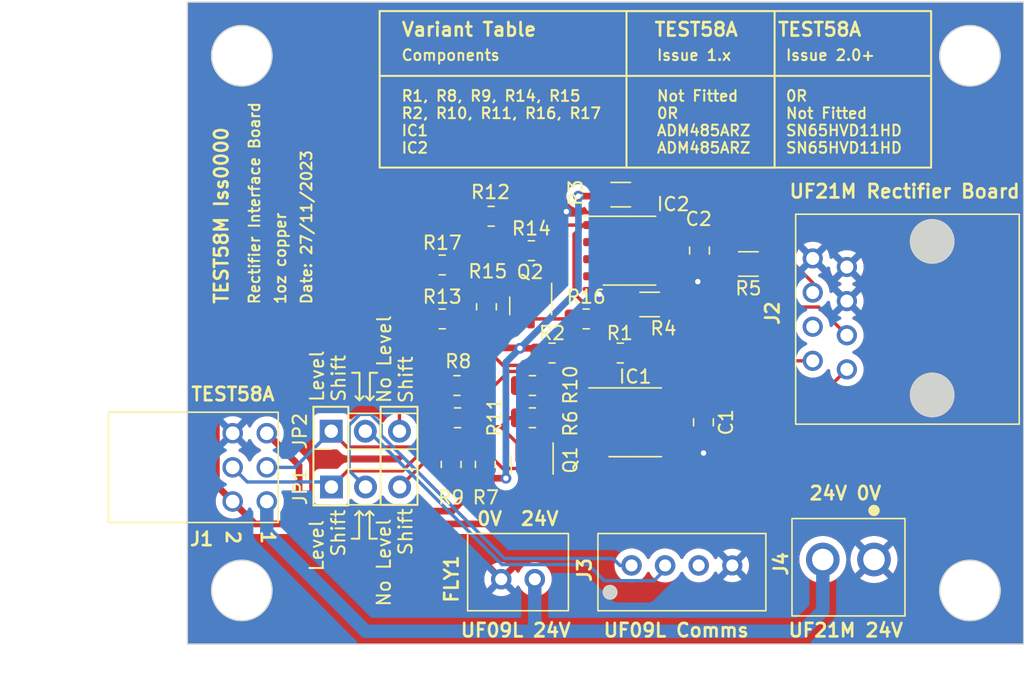
<source format=kicad_pcb>
(kicad_pcb (version 20221018) (generator pcbnew)
  (layers (0 "F.Cu" signal) (31 "B.Cu" signal) (34 "B.Paste" user) (35 "F.Paste" user) (36 "B.SilkS" user "B.Silkscreen") (37 "F.SilkS" user "F.Silkscreen") (38 "B.Mask" user) (39 "F.Mask" user) (44 "Edge.Cuts" user))
  (net 0 "")
  (net 2 "Net-(IC1-DE)")
  (net 3 "Net-(IC1-D)")
  (net 4 "GND")
  (net 5 "Net-(IC1-A)")
  (net 6 "Net-(IC1-B)")
  (net 7 "Net-(IC2-R)")
  (net 8 "Net-(IC2-A)")
  (net 9 "Net-(IC2-B)")
  (net 10 "+3.3V")
  (net 11 "Net-(Q1-S)")
  (net 12 "Net-(Q1-D)")
  (net 13 "Net-(Q2-S)")
  (net 14 "Net-(Q2-D)")
  (net 15 "+5V")
  (net 16 "Net-(JP1-B)")
  (net 17 "Net-(JP2-B)")
  (net 19 "+24V")
  (net 20 "Net-(J3-Pin_1)")
  (net 21 "Net-(J3-Pin_2)")
  (footprint "CustomPads:ECH381V" (layer "F.Cu") (at 167.25 86.4 180)
    (fp_text reference "J4" (at 6.925 -0.325 90 unlocked) (layer "F.SilkS") (effects (font (thickness 0.2) bold)))
    (fp_text value "Conn_01x02_Socket")
    (fp_rect (start -2.305 -4.2) (end 6.105 3.05) (stroke (width 0.12)) (fill none) (layer "F.SilkS"))
    (fp_circle (center 0 3.65) (end 0.424264 3.65) (fill solid) (layer "F.SilkS"))
    (pad "1" thru_hole circle (at 0 0 180) (size 2.5 2.5) (drill 1.6) (layers "*.Cu" "*.Mask") (net 4 "GND"))
    (pad "2" thru_hole circle (at 3.81 0 180) (size 2.5 2.5) (drill 1.6) (layers "*.Cu" "*.Mask") (net 19 "+24V"))
  )
  (footprint "Resistor_SMD:R_0805_2012Metric_Pad1.20x1.40mm_HandSolder" (layer "F.Cu") (at 145.825 68.49)
    (fp_text reference "R16" (at 0 -1.65) (layer "F.SilkS"))
    (fp_text value "NF")
    (fp_line (start -0.227064 -0.735) (end 0.227064 -0.735) (stroke (width 0.12)) (layer "F.SilkS"))
    (fp_line (start -0.227064 0.735) (end 0.227064 0.735) (stroke (width 0.12)) (layer "F.SilkS"))
    (pad "1" smd roundrect (at -1 0) (size 1.2 1.4) (layers "F.Cu" "F.Paste" "F.Mask") (roundrect_rratio 0.2083333333) (net 14 "Net-(Q2-D)"))
    (pad "2" smd roundrect (at 1 0) (size 1.2 1.4) (layers "F.Cu" "F.Paste" "F.Mask") (roundrect_rratio 0.2083333333) (net 7 "Net-(IC2-R)"))
  )
  (footprint "Resistor_SMD:R_0805_2012Metric_Pad1.20x1.40mm_HandSolder" (layer "F.Cu") (at 136.2 73.45)
    (fp_text reference "R8" (at 0.1 -1.8) (layer "F.SilkS"))
    (fp_text value "0R")
    (fp_line (start -0.227064 -0.735) (end 0.227064 -0.735) (stroke (width 0.12)) (layer "F.SilkS"))
    (fp_line (start -0.227064 0.735) (end 0.227064 0.735) (stroke (width 0.12)) (layer "F.SilkS"))
    (pad "1" smd roundrect (at -1 0) (size 1.2 1.4) (layers "F.Cu" "F.Paste" "F.Mask") (roundrect_rratio 0.2083333333) (net 11 "Net-(Q1-S)"))
    (pad "2" smd roundrect (at 1 0) (size 1.2 1.4) (layers "F.Cu" "F.Paste" "F.Mask") (roundrect_rratio 0.2083333333) (net 3 "Net-(IC1-D)"))
  )
  (footprint "Resistor_SMD:R_0805_2012Metric_Pad1.20x1.40mm_HandSolder" (layer "F.Cu") (at 141.745 63.41)
    (fp_text reference "R14" (at 0 -1.65) (layer "F.SilkS"))
    (fp_text value "0R")
    (fp_line (start -0.227064 -0.735) (end 0.227064 -0.735) (stroke (width 0.12)) (layer "F.SilkS"))
    (fp_line (start -0.227064 0.735) (end 0.227064 0.735) (stroke (width 0.12)) (layer "F.SilkS"))
    (pad "1" smd roundrect (at -1 0) (size 1.2 1.4) (layers "F.Cu" "F.Paste" "F.Mask") (roundrect_rratio 0.2083333333) (net 13 "Net-(Q2-S)"))
    (pad "2" smd roundrect (at 1 0) (size 1.2 1.4) (layers "F.Cu" "F.Paste" "F.Mask") (roundrect_rratio 0.2083333333) (net 7 "Net-(IC2-R)"))
  )
  (footprint "Resistor_SMD:R_0805_2012Metric_Pad1.20x1.40mm_HandSolder" (layer "F.Cu") (at 141.825 75.85 180)
    (fp_text reference "R6" (at -2.825 -0.426191 90) (layer "F.SilkS"))
    (fp_text value "10k")
    (fp_line (start -0.227064 -0.735) (end 0.227064 -0.735) (stroke (width 0.12)) (layer "F.SilkS"))
    (fp_line (start -0.227064 0.735) (end 0.227064 0.735) (stroke (width 0.12)) (layer "F.SilkS"))
    (pad "1" smd roundrect (at -1 0 180) (size 1.2 1.4) (layers "F.Cu" "F.Paste" "F.Mask") (roundrect_rratio 0.2083333333) (net 10 "+3.3V"))
    (pad "2" smd roundrect (at 1 0 180) (size 1.2 1.4) (layers "F.Cu" "F.Paste" "F.Mask") (roundrect_rratio 0.2083333333) (net 11 "Net-(Q1-S)"))
  )
  (footprint "CustomPads:A2051-2P" (layer "F.Cu") (at 139.5 87.8646)
    (fp_text reference "FLY1" (at -3.7 -0.0146 90 unlocked) (layer "F.SilkS") (effects (font (thickness 0.2) bold)))
    (fp_text value "Conn_01x02_Flylead")
    (fp_rect (start -2.5 2.35) (end 5 -3.4) (stroke (width 0.12)) (fill none) (layer "F.SilkS"))
    (pad "1" thru_hole circle (at 2.5 0) (size 1.524 1.524) (drill 0.9) (layers "*.Cu" "*.Mask") (net 19 "+24V"))
    (pad "2" thru_hole circle (at 0 0) (size 1.524 1.524) (drill 0.9) (layers "*.Cu" "*.Mask") (net 4 "GND"))
  )
  (footprint "Resistor_SMD:R_0805_2012Metric_Pad1.20x1.40mm_HandSolder" (layer "F.Cu") (at 138.315 79.325 90)
    (fp_text reference "R7" (at -2.46 0.035 180) (layer "F.SilkS"))
    (fp_text value "10k")
    (fp_line (start -0.227064 -0.735) (end 0.227064 -0.735) (stroke (width 0.12)) (layer "F.SilkS"))
    (fp_line (start -0.227064 0.735) (end 0.227064 0.735) (stroke (width 0.12)) (layer "F.SilkS"))
    (pad "1" smd roundrect (at -1 0 90) (size 1.2 1.4) (layers "F.Cu" "F.Paste" "F.Mask") (roundrect_rratio 0.2083333333) (net 15 "+5V"))
    (pad "2" smd roundrect (at 1 0 90) (size 1.2 1.4) (layers "F.Cu" "F.Paste" "F.Mask") (roundrect_rratio 0.2083333333) (net 12 "Net-(Q1-D)"))
  )
  (footprint "Package_SO:SOIC-8_3.9x4.9mm_P1.27mm" (layer "F.Cu") (at 149.05 63.41)
    (fp_text reference "IC2" (at 3.25 -3.46) (layer "F.SilkS"))
    (fp_text value "SN65HVD11HD (ADM485ARZ)")
    (fp_line (start 0 -2.56) (end -3.45 -2.56) (stroke (width 0.12)) (layer "F.SilkS"))
    (fp_line (start 0 -2.56) (end 1.95 -2.56) (stroke (width 0.12)) (layer "F.SilkS"))
    (fp_line (start 0 2.56) (end -1.95 2.56) (stroke (width 0.12)) (layer "F.SilkS"))
    (fp_line (start 0 2.56) (end 1.95 2.56) (stroke (width 0.12)) (layer "F.SilkS"))
    (pad "1" smd roundrect (at -2.475 -1.905) (size 1.95 0.6) (layers "F.Cu" "F.Paste" "F.Mask") (net 7 "Net-(IC2-R)"))
    (pad "2" smd roundrect (at -2.475 -0.635) (size 1.95 0.6) (layers "F.Cu" "F.Paste" "F.Mask") (net 4 "GND"))
    (pad "3" smd roundrect (at -2.475 0.635) (size 1.95 0.6) (layers "F.Cu" "F.Paste" "F.Mask") (net 4 "GND"))
    (pad "4" smd roundrect (at -2.475 1.905) (size 1.95 0.6) (layers "F.Cu" "F.Paste" "F.Mask") (net 4 "GND"))
    (pad "5" smd roundrect (at 2.475 1.905) (size 1.95 0.6) (layers "F.Cu" "F.Paste" "F.Mask") (net 4 "GND"))
    (pad "6" smd roundrect (at 2.475 0.635) (size 1.95 0.6) (layers "F.Cu" "F.Paste" "F.Mask") (net 8 "Net-(IC2-A)"))
    (pad "7" smd roundrect (at 2.475 -0.635) (size 1.95 0.6) (layers "F.Cu" "F.Paste" "F.Mask") (net 9 "Net-(IC2-B)"))
    (pad "8" smd roundrect (at 2.475 -1.905) (size 1.95 0.6) (layers "F.Cu" "F.Paste" "F.Mask") (net 2 "Net-(IC1-DE)"))
  )
  (footprint "Connector_PinHeader_2.54mm:PinHeader_1x03_P2.54mm_Vertical" (layer "F.Cu") (at 126.845 76.85 90)
    (fp_text reference "JP2" (at 0 -2.33 90) (layer "F.SilkS"))
    (fp_text value "~")
    (fp_line (start -1.33 -1.33) (end 0 -1.33) (stroke (width 0.12)) (layer "F.SilkS"))
    (fp_line (start -1.33 0) (end -1.33 -1.33) (stroke (width 0.12)) (layer "F.SilkS"))
    (fp_line (start -1.33 1.27) (end -1.33 6.41) (stroke (width 0.12)) (layer "F.SilkS"))
    (fp_line (start -1.33 1.27) (end 1.33 1.27) (stroke (width 0.12)) (layer "F.SilkS"))
    (fp_line (start -1.33 6.41) (end 1.33 6.41) (stroke (width 0.12)) (layer "F.SilkS"))
    (fp_line (start 1.33 1.27) (end 1.33 6.41) (stroke (width 0.12)) (layer "F.SilkS"))
    (pad "1" thru_hole rect (at 0 0 90) (size 1.7 1.7) (drill 1) (layers "*.Cu" "*.Mask") (net 7 "Net-(IC2-R)"))
    (pad "2" thru_hole oval (at 0 2.54 90) (size 1.7 1.7) (drill 1) (layers "*.Cu" "*.Mask") (net 21 "Net-(J3-Pin_2)"))
    (pad "3" thru_hole oval (at 0 5.08 90) (size 1.7 1.7) (drill 1) (layers "*.Cu" "*.Mask") (net 17 "Net-(JP2-B)"))
  )
  (footprint "CustomPads:RJ45Conn" (layer "F.Cu") (at 162.69 71.61 90)
    (fp_text reference "J2" (at 3.55 -3 90 unlocked) (layer "F.SilkS") (effects (font (thickness 0.2) bold)))
    (fp_text value "8P8C")
    (fp_rect (start -4.715 15.37) (end 10.915 -1.27) (stroke (width 0.12)) (fill none) (layer "F.SilkS"))
    (fp_circle (center -2.54 8.89) (end -0.875 8.89) (fill solid) (layer "Edge.Cuts"))
    (fp_circle (center 8.89 8.89) (end 10.555 8.89) (fill solid) (layer "Edge.Cuts"))
    (pad "1" thru_hole circle (at -0.635 2.54 90) (size 1.5 1.5) (drill 0.97) (layers "*.Cu" "*.Mask") (net 5 "Net-(IC1-A)"))
    (pad "2" thru_hole circle (at 0 0 90) (size 1.5 1.5) (drill 0.97) (layers "*.Cu" "*.Mask") (net 6 "Net-(IC1-B)"))
    (pad "3" thru_hole circle (at 1.905 2.54 90) (size 1.5 1.5) (drill 0.97) (layers "*.Cu" "*.Mask") (net 8 "Net-(IC2-A)"))
    (pad "4" thru_hole circle (at 2.54 0 90) (size 1.5 1.5) (drill 0.97) (layers "*.Cu" "*.Mask"))
    (pad "5" thru_hole circle (at 4.445 2.54 90) (size 1.5 1.5) (drill 0.97) (layers "*.Cu" "*.Mask") (net 4 "GND"))
    (pad "6" thru_hole circle (at 5.08 0 90) (size 1.5 1.5) (drill 0.97) (layers "*.Cu" "*.Mask") (net 9 "Net-(IC2-B)"))
    (pad "7" thru_hole circle (at 6.985 2.54 90) (size 1.5 1.5) (drill 0.97) (layers "*.Cu" "*.Mask") (net 4 "GND"))
    (pad "8" thru_hole circle (at 7.62 0 90) (size 1.5 1.5) (drill 0.97) (layers "*.Cu" "*.Mask") (net 4 "GND"))
  )
  (footprint "Package_TO_SOT_SMD:SOT-23" (layer "F.Cu") (at 141.695 67.52 -90)
    (fp_text reference "Q2" (at -2.52 0.045 -180) (layer "F.SilkS"))
    (fp_text value "BSS138")
    (fp_line (start 0 -1.56) (end -1.675 -1.56) (stroke (width 0.12)) (layer "F.SilkS"))
    (fp_line (start 0 -1.56) (end 0.65 -1.56) (stroke (width 0.12)) (layer "F.SilkS"))
    (fp_line (start 0 1.56) (end -0.65 1.56) (stroke (width 0.12)) (layer "F.SilkS"))
    (fp_line (start 0 1.56) (end 0.65 1.56) (stroke (width 0.12)) (layer "F.SilkS"))
    (pad "1" smd roundrect (at -0.9375 -0.95 270) (size 1.475 0.6) (layers "F.Cu" "F.Paste" "F.Mask") (net 10 "+3.3V"))
    (pad "2" smd roundrect (at -0.9375 0.95 270) (size 1.475 0.6) (layers "F.Cu" "F.Paste" "F.Mask") (net 13 "Net-(Q2-S)"))
    (pad "3" smd roundrect (at 0.9375 0 270) (size 1.475 0.6) (layers "F.Cu" "F.Paste" "F.Mask") (net 14 "Net-(Q2-D)"))
  )
  (footprint "CustomPads:A2051-4P" (layer "F.Cu") (at 156.7 86.84 180)
    (fp_text reference "J3" (at 11 -0.335 90 unlocked) (layer "F.SilkS") (effects (font (thickness 0.2) bold)))
    (fp_text value "Conn_01x04_Socket")
    (fp_rect (start -2.5 2.375) (end 10 -3.375) (stroke (width 0.12)) (fill none) (layer "F.SilkS"))
    (fp_circle (center 9.1 -2) (end 9.65 -2) (fill solid) (layer "Edge.Cuts"))
    (pad "1" thru_hole circle (at 7.5 0 180) (size 1.524 1.524) (drill 0.9) (layers "*.Cu" "*.Mask") (net 20 "Net-(J3-Pin_1)"))
    (pad "2" thru_hole circle (at 5 0 180) (size 1.524 1.524) (drill 0.9) (layers "*.Cu" "*.Mask") (net 21 "Net-(J3-Pin_2)"))
    (pad "3" thru_hole circle (at 2.5 0 180) (size 1.524 1.524) (drill 0.9) (layers "*.Cu" "*.Mask"))
    (pad "4" thru_hole circle (at 0 0 180) (size 1.5 1.5) (drill 0.9) (layers "*.Cu" "*.Mask") (net 4 "GND"))
  )
  (footprint "Resistor_SMD:R_0805_2012Metric_Pad1.20x1.40mm_HandSolder" (layer "F.Cu") (at 138.75 60.85 180)
    (fp_text reference "R12" (at 0.05 1.8) (layer "F.SilkS"))
    (fp_text value "10k")
    (fp_line (start -0.227064 -0.735) (end 0.227064 -0.735) (stroke (width 0.12)) (layer "F.SilkS"))
    (fp_line (start -0.227064 0.735) (end 0.227064 0.735) (stroke (width 0.12)) (layer "F.SilkS"))
    (pad "1" smd roundrect (at -1 0 180) (size 1.2 1.4) (layers "F.Cu" "F.Paste" "F.Mask") (roundrect_rratio 0.2083333333) (net 10 "+3.3V"))
    (pad "2" smd roundrect (at 1 0 180) (size 1.2 1.4) (layers "F.Cu" "F.Paste" "F.Mask") (roundrect_rratio 0.2083333333) (net 13 "Net-(Q2-S)"))
  )
  (footprint "Capacitor_SMD:C_0805_2012Metric_Pad1.18x1.45mm_HandSolder" (layer "F.Cu") (at 154.555 76.185 -90)
    (fp_text reference "C1" (at 0 -1.68 90) (layer "F.SilkS"))
    (fp_text value "100nF")
    (fp_line (start -0.261252 -0.735) (end 0.261252 -0.735) (stroke (width 0.12)) (layer "F.SilkS"))
    (fp_line (start -0.261252 0.735) (end 0.261252 0.735) (stroke (width 0.12)) (layer "F.SilkS"))
    (pad "1" smd roundrect (at -1.0375 0 270) (size 1.175 1.45) (layers "F.Cu" "F.Paste" "F.Mask") (roundrect_rratio 0.2127659574) (net 2 "Net-(IC1-DE)"))
    (pad "2" smd roundrect (at 1.0375 0 270) (size 1.175 1.45) (layers "F.Cu" "F.Paste" "F.Mask") (roundrect_rratio 0.2127659574) (net 4 "GND"))
  )
  (footprint "Capacitor_SMD:C_0805_2012Metric_Pad1.18x1.45mm_HandSolder" (layer "F.Cu") (at 154.26 63.4025 -90)
    (fp_text reference "C2" (at -2.3525 0.06) (layer "F.SilkS"))
    (fp_text value "100nF")
    (fp_line (start -0.261252 -0.735) (end 0.261252 -0.735) (stroke (width 0.12)) (layer "F.SilkS"))
    (fp_line (start -0.261252 0.735) (end 0.261252 0.735) (stroke (width 0.12)) (layer "F.SilkS"))
    (pad "1" smd roundrect (at -1.0375 0 270) (size 1.175 1.45) (layers "F.Cu" "F.Paste" "F.Mask") (roundrect_rratio 0.2127659574) (net 2 "Net-(IC1-DE)"))
    (pad "2" smd roundrect (at 1.0375 0 270) (size 1.175 1.45) (layers "F.Cu" "F.Paste" "F.Mask") (roundrect_rratio 0.2127659574) (net 4 "GND"))
  )
  (footprint "Resistor_SMD:R_0805_2012Metric_Pad1.20x1.40mm_HandSolder" (layer "F.Cu") (at 135.11 68.49)
    (fp_text reference "R13" (at 0 -1.65) (layer "F.SilkS"))
    (fp_text value "10k")
    (fp_line (start -0.227064 -0.735) (end 0.227064 -0.735) (stroke (width 0.12)) (layer "F.SilkS"))
    (fp_line (start -0.227064 0.735) (end 0.227064 0.735) (stroke (width 0.12)) (layer "F.SilkS"))
    (pad "1" smd roundrect (at -1 0) (size 1.2 1.4) (layers "F.Cu" "F.Paste" "F.Mask") (roundrect_rratio 0.2083333333) (net 15 "+5V"))
    (pad "2" smd roundrect (at 1 0) (size 1.2 1.4) (layers "F.Cu" "F.Paste" "F.Mask") (roundrect_rratio 0.2083333333) (net 14 "Net-(Q2-D)"))
  )
  (footprint "Resistor_SMD:R_0805_2012Metric_Pad1.20x1.40mm_HandSolder" (layer "F.Cu") (at 141.825 73.45)
    (fp_text reference "R10" (at 2.825 -0.05 90) (layer "F.SilkS"))
    (fp_text value "NF")
    (fp_line (start -0.227064 -0.735) (end 0.227064 -0.735) (stroke (width 0.12)) (layer "F.SilkS"))
    (fp_line (start -0.227064 0.735) (end 0.227064 0.735) (stroke (width 0.12)) (layer "F.SilkS"))
    (pad "1" smd roundrect (at -1 0) (size 1.2 1.4) (layers "F.Cu" "F.Paste" "F.Mask") (roundrect_rratio 0.2083333333) (net 12 "Net-(Q1-D)"))
    (pad "2" smd roundrect (at 1 0) (size 1.2 1.4) (layers "F.Cu" "F.Paste" "F.Mask") (roundrect_rratio 0.2083333333) (net 3 "Net-(IC1-D)"))
  )
  (footprint "Package_TO_SOT_SMD:SOT-23" (layer "F.Cu") (at 141.805 79.395 -90)
    (fp_text reference "Q1" (at -0.395 -2.845 90) (layer "F.SilkS"))
    (fp_text value "BSS138")
    (fp_line (start 0 -1.56) (end -1.675 -1.56) (stroke (width 0.12)) (layer "F.SilkS"))
    (fp_line (start 0 -1.56) (end 0.65 -1.56) (stroke (width 0.12)) (layer "F.SilkS"))
    (fp_line (start 0 1.56) (end -0.65 1.56) (stroke (width 0.12)) (layer "F.SilkS"))
    (fp_line (start 0 1.56) (end 0.65 1.56) (stroke (width 0.12)) (layer "F.SilkS"))
    (pad "1" smd roundrect (at -0.9375 -0.95 270) (size 1.475 0.6) (layers "F.Cu" "F.Paste" "F.Mask") (net 10 "+3.3V"))
    (pad "2" smd roundrect (at -0.9375 0.95 270) (size 1.475 0.6) (layers "F.Cu" "F.Paste" "F.Mask") (net 11 "Net-(Q1-S)"))
    (pad "3" smd roundrect (at 0.9375 0 270) (size 1.475 0.6) (layers "F.Cu" "F.Paste" "F.Mask") (net 12 "Net-(Q1-D)"))
  )
  (footprint "Resistor_SMD:R_0805_2012Metric_Pad1.20x1.40mm_HandSolder" (layer "F.Cu") (at 138.4 67.59 -90)
    (fp_text reference "R15" (at -2.64 -0.1 -180) (layer "F.SilkS"))
    (fp_text value "0R")
    (fp_line (start -0.227064 -0.735) (end 0.227064 -0.735) (stroke (width 0.12)) (layer "F.SilkS"))
    (fp_line (start -0.227064 0.735) (end 0.227064 0.735) (stroke (width 0.12)) (layer "F.SilkS"))
    (pad "1" smd roundrect (at -1 0 270) (size 1.2 1.4) (layers "F.Cu" "F.Paste" "F.Mask") (roundrect_rratio 0.2083333333) (net 17 "Net-(JP2-B)"))
    (pad "2" smd roundrect (at 1 0 270) (size 1.2 1.4) (layers "F.Cu" "F.Paste" "F.Mask") (roundrect_rratio 0.2083333333) (net 14 "Net-(Q2-D)"))
  )
  (footprint "Resistor_SMD:R_0805_2012Metric_Pad1.20x1.40mm_HandSolder" (layer "F.Cu") (at 143.285 71.03)
    (fp_text reference "R2" (at 0 -1.48) (layer "F.SilkS"))
    (fp_text value "NF")
    (fp_line (start -0.227064 -0.735) (end 0.227064 -0.735) (stroke (width 0.12)) (layer "F.SilkS"))
    (fp_line (start -0.227064 0.735) (end 0.227064 0.735) (stroke (width 0.12)) (layer "F.SilkS"))
    (pad "1" smd roundrect (at -1 0) (size 1.2 1.4) (layers "F.Cu" "F.Paste" "F.Mask") (roundrect_rratio 0.2083333333) (net 15 "+5V"))
    (pad "2" smd roundrect (at 1 0) (size 1.2 1.4) (layers "F.Cu" "F.Paste" "F.Mask") (roundrect_rratio 0.2083333333) (net 2 "Net-(IC1-DE)"))
  )
  (footprint "Resistor_SMD:R_1206_3216Metric_Pad1.30x1.75mm_HandSolder" (layer "F.Cu") (at 150.55 67.415)
    (fp_text reference "R4" (at 1.025 1.785) (layer "F.SilkS"))
    (fp_text value "120R")
    (fp_line (start -0.727064 -0.91) (end 0.727064 -0.91) (stroke (width 0.12)) (layer "F.SilkS"))
    (fp_line (start -0.727064 0.91) (end 0.727064 0.91) (stroke (width 0.12)) (layer "F.SilkS"))
    (pad "1" smd roundrect (at -1.55 0) (size 1.3 1.75) (layers "F.Cu" "F.Paste" "F.Mask") (roundrect_rratio 0.1923076923) (net 9 "Net-(IC2-B)"))
    (pad "2" smd roundrect (at 1.55 0) (size 1.3 1.75) (layers "F.Cu" "F.Paste" "F.Mask") (roundrect_rratio 0.1923076923) (net 8 "Net-(IC2-A)"))
  )
  (footprint "Package_SO:SOIC-8_3.9x4.9mm_P1.27mm" (layer "F.Cu") (at 149.475 76.185)
    (fp_text reference "IC1" (at 0 -3.4) (layer "F.SilkS"))
    (fp_text value "SN65HVD11HD (ADM485ARZ)")
    (fp_line (start 0 -2.56) (end -3.45 -2.56) (stroke (width 0.12)) (layer "F.SilkS"))
    (fp_line (start 0 -2.56) (end 1.95 -2.56) (stroke (width 0.12)) (layer "F.SilkS"))
    (fp_line (start 0 2.56) (end -1.95 2.56) (stroke (width 0.12)) (layer "F.SilkS"))
    (fp_line (start 0 2.56) (end 1.95 2.56) (stroke (width 0.12)) (layer "F.SilkS"))
    (pad "1" smd roundrect (at -2.475 -1.905) (size 1.95 0.6) (layers "F.Cu" "F.Paste" "F.Mask"))
    (pad "2" smd roundrect (at -2.475 -0.635) (size 1.95 0.6) (layers "F.Cu" "F.Paste" "F.Mask") (net 2 "Net-(IC1-DE)"))
    (pad "3" smd roundrect (at -2.475 0.635) (size 1.95 0.6) (layers "F.Cu" "F.Paste" "F.Mask") (net 2 "Net-(IC1-DE)"))
    (pad "4" smd roundrect (at -2.475 1.905) (size 1.95 0.6) (layers "F.Cu" "F.Paste" "F.Mask") (net 3 "Net-(IC1-D)"))
    (pad "5" smd roundrect (at 2.475 1.905) (size 1.95 0.6) (layers "F.Cu" "F.Paste" "F.Mask") (net 4 "GND"))
    (pad "6" smd roundrect (at 2.475 0.635) (size 1.95 0.6) (layers "F.Cu" "F.Paste" "F.Mask") (net 5 "Net-(IC1-A)"))
    (pad "7" smd roundrect (at 2.475 -0.635) (size 1.95 0.6) (layers "F.Cu" "F.Paste" "F.Mask") (net 6 "Net-(IC1-B)"))
    (pad "8" smd roundrect (at 2.475 -1.905) (size 1.95 0.6) (layers "F.Cu" "F.Paste" "F.Mask") (net 2 "Net-(IC1-DE)"))
  )
  (footprint "Resistor_SMD:R_1206_3216Metric_Pad1.30x1.75mm_HandSolder" (layer "F.Cu") (at 148.4 59.24)
    (fp_text reference "R3" (at -3.35 -0.14 90) (layer "F.SilkS"))
    (fp_text value "22k")
    (fp_line (start -0.727064 -0.91) (end 0.727064 -0.91) (stroke (width 0.12)) (layer "F.SilkS"))
    (fp_line (start -0.727064 0.91) (end 0.727064 0.91) (stroke (width 0.12)) (layer "F.SilkS"))
    (pad "1" smd roundrect (at -1.55 0) (size 1.3 1.75) (layers "F.Cu" "F.Paste" "F.Mask") (roundrect_rratio 0.1923076923) (net 15 "+5V"))
    (pad "2" smd roundrect (at 1.55 0) (size 1.3 1.75) (layers "F.Cu" "F.Paste" "F.Mask") (roundrect_rratio 0.1923076923) (net 9 "Net-(IC2-B)"))
  )
  (footprint "Resistor_SMD:R_1206_3216Metric_Pad1.30x1.75mm_HandSolder" (layer "F.Cu") (at 157.9 64.4 180)
    (fp_text reference "R5" (at 0 -1.82 180) (layer "F.SilkS"))
    (fp_text value "22k")
    (fp_line (start -0.727064 -0.91) (end 0.727064 -0.91) (stroke (width 0.12)) (layer "F.SilkS"))
    (fp_line (start -0.727064 0.91) (end 0.727064 0.91) (stroke (width 0.12)) (layer "F.SilkS"))
    (pad "1" smd roundrect (at -1.55 0 180) (size 1.3 1.75) (layers "F.Cu" "F.Paste" "F.Mask") (roundrect_rratio 0.1923076923) (net 8 "Net-(IC2-A)"))
    (pad "2" smd roundrect (at 1.55 0 180) (size 1.3 1.75) (layers "F.Cu" "F.Paste" "F.Mask") (roundrect_rratio 0.1923076923) (net 4 "GND"))
  )
  (footprint "Resistor_SMD:R_0805_2012Metric_Pad1.20x1.40mm_HandSolder" (layer "F.Cu") (at 148.365 71.03 180)
    (fp_text reference "R1" (at 0.04 1.48) (layer "F.SilkS"))
    (fp_text value "0R")
    (fp_line (start -0.227064 -0.735) (end 0.227064 -0.735) (stroke (width 0.12)) (layer "F.SilkS"))
    (fp_line (start -0.227064 0.735) (end 0.227064 0.735) (stroke (width 0.12)) (layer "F.SilkS"))
    (pad "1" smd roundrect (at -1 0 180) (size 1.2 1.4) (layers "F.Cu" "F.Paste" "F.Mask") (roundrect_rratio 0.2083333333) (net 10 "+3.3V"))
    (pad "2" smd roundrect (at 1 0 180) (size 1.2 1.4) (layers "F.Cu" "F.Paste" "F.Mask") (roundrect_rratio 0.2083333333) (net 2 "Net-(IC1-DE)"))
  )
  (footprint "Resistor_SMD:R_0805_2012Metric_Pad1.20x1.40mm_HandSolder" (layer "F.Cu") (at 135.775 79.325 -90)
    (fp_text reference "R9" (at 2.46 0) (layer "F.SilkS"))
    (fp_text value "0R")
    (fp_line (start -0.227064 -0.735) (end 0.227064 -0.735) (stroke (width 0.12)) (layer "F.SilkS"))
    (fp_line (start -0.227064 0.735) (end 0.227064 0.735) (stroke (width 0.12)) (layer "F.SilkS"))
    (pad "1" smd roundrect (at -1 0 270) (size 1.2 1.4) (layers "F.Cu" "F.Paste" "F.Mask") (roundrect_rratio 0.2083333333) (net 16 "Net-(JP1-B)"))
    (pad "2" smd roundrect (at 1 0 270) (size 1.2 1.4) (layers "F.Cu" "F.Paste" "F.Mask") (roundrect_rratio 0.2083333333) (net 12 "Net-(Q1-D)"))
  )
  (footprint "CustomPads:CSB0201" (layer "F.Cu") (at 113.35 79.64 -90)
    (fp_text reference "J1" (at 5.235 -3.85 unlocked) (layer "F.SilkS") (effects (font (thickness 0.2) bold)))
    (fp_text value "Conn_02x03_Odd_Even")
    (fp_text user "2" (at 4.5 -5.6 -90 unlocked) (layer "F.SilkS") (effects (font (thickness 0.2) bold) (justify left bottom)))
    (fp_text user "1" (at 4.5 -8.2 -90 unlocked) (layer "F.SilkS") (effects (font (thickness 0.2) bold) (justify left bottom)))
    (fp_rect (start -4.205 3.09) (end 4.005 -9.55) (stroke (width 0.12)) (fill none) (layer "F.SilkS"))
    (pad "1" thru_hole circle (at 2.44 -8.7 90) (size 1.524 1.524) (drill 1.02) (layers "*.Cu" "*.Mask") (net 19 "+24V"))
    (pad "2" thru_hole circle (at 2.44 -6.16 90) (size 1.524 1.524) (drill 1.02) (layers "*.Cu" "*.Mask") (net 10 "+3.3V"))
    (pad "3" thru_hole circle (at -0.1 -8.7 90) (size 1.524 1.524) (drill 1.02) (layers "*.Cu" "*.Mask") (net 7 "Net-(IC2-R)"))
    (pad "4" thru_hole circle (at -0.1 -6.16 90) (size 1.524 1.524) (drill 1.02) (layers "*.Cu" "*.Mask") (net 3 "Net-(IC1-D)"))
    (pad "5" thru_hole circle (at -2.64 -8.7 90) (size 1.524 1.524) (drill 1.02) (layers "*.Cu" "*.Mask") (net 15 "+5V"))
    (pad "6" thru_hole circle (at -2.64 -6.16 90) (size 1.524 1.524) (drill 1.02) (layers "*.Cu" "*.Mask") (net 4 "GND"))
  )
  (footprint "Resistor_SMD:R_0805_2012Metric_Pad1.20x1.40mm_HandSolder" (layer "F.Cu") (at 135.11 64.475)
    (fp_text reference "R17" (at 0 -1.65) (layer "F.SilkS"))
    (fp_text value "NF")
    (fp_line (start -0.227064 -0.735) (end 0.227064 -0.735) (stroke (width 0.12)) (layer "F.SilkS"))
    (fp_line (start -0.227064 0.735) (end 0.227064 0.735) (stroke (width 0.12)) (layer "F.SilkS"))
    (pad "1" smd roundrect (at -1 0) (size 1.2 1.4) (layers "F.Cu" "F.Paste" "F.Mask") (roundrect_rratio 0.2083333333) (net 17 "Net-(JP2-B)"))
    (pad "2" smd roundrect (at 1 0) (size 1.2 1.4) (layers "F.Cu" "F.Paste" "F.Mask") (roundrect_rratio 0.2083333333) (net 13 "Net-(Q2-S)"))
  )
  (footprint "Connector_PinHeader_2.54mm:PinHeader_1x03_P2.54mm_Vertical" (layer "F.Cu") (at 126.86 81 90)
    (fp_text reference "JP1" (at 0 -2.33 90) (layer "F.SilkS"))
    (fp_text value "~")
    (fp_line (start -1.33 -1.33) (end 0 -1.33) (stroke (width 0.12)) (layer "F.SilkS"))
    (fp_line (start -1.33 0) (end -1.33 -1.33) (stroke (width 0.12)) (layer "F.SilkS"))
    (fp_line (start -1.33 1.27) (end -1.33 6.41) (stroke (width 0.12)) (layer "F.SilkS"))
    (fp_line (start -1.33 1.27) (end 1.33 1.27) (stroke (width 0.12)) (layer "F.SilkS"))
    (fp_line (start -1.33 6.41) (end 1.33 6.41) (stroke (width 0.12)) (layer "F.SilkS"))
    (fp_line (start 1.33 1.27) (end 1.33 6.41) (stroke (width 0.12)) (layer "F.SilkS"))
    (pad "1" thru_hole rect (at 0 0 90) (size 1.7 1.7) (drill 1) (layers "*.Cu" "*.Mask") (net 3 "Net-(IC1-D)"))
    (pad "2" thru_hole oval (at 0 2.54 90) (size 1.7 1.7) (drill 1) (layers "*.Cu" "*.Mask") (net 20 "Net-(J3-Pin_1)"))
    (pad "3" thru_hole oval (at 0 5.08 90) (size 1.7 1.7) (drill 1) (layers "*.Cu" "*.Mask") (net 16 "Net-(JP1-B)"))
  )
  (footprint "Resistor_SMD:R_0805_2012Metric_Pad1.20x1.40mm_HandSolder" (layer "F.Cu") (at 136.25 75.85)
    (fp_text reference "R11" (at 2.75 -0.05 -90) (layer "F.SilkS"))
    (fp_text value "NF")
    (fp_line (start -0.227064 -0.735) (end 0.227064 -0.735) (stroke (width 0.12)) (layer "F.SilkS"))
    (fp_line (start -0.227064 0.735) (end 0.227064 0.735) (stroke (width 0.12)) (layer "F.SilkS"))
    (pad "1" smd roundrect (at -1 0) (size 1.2 1.4) (layers "F.Cu" "F.Paste" "F.Mask") (roundrect_rratio 0.2083333333) (net 16 "Net-(JP1-B)"))
    (pad "2" smd roundrect (at 1 0) (size 1.2 1.4) (layers "F.Cu" "F.Paste" "F.Mask") (roundrect_rratio 0.2083333333) (net 11 "Net-(Q1-S)"))
  )
  (gr_line (start 129.425 74.25) (end 129.725 74.55) (stroke (width 0.15)) (layer "F.SilkS"))
  (gr_line (start 129.4 83.1) (end 129.7 82.8) (stroke (width 0.15)) (layer "F.SilkS"))
  (gr_line (start 129.725 72.5) (end 129.725 74.55) (stroke (width 0.15)) (layer "F.SilkS"))
  (gr_line (start 129.25 74.25) (end 128.95 74.55) (stroke (width 0.15)) (layer "F.SilkS"))
  (gr_line (start 130 83.1) (end 129.7 82.8) (stroke (width 0.15)) (layer "F.SilkS"))
  (gr_rect (start 125.52 75.03) (end 128.12 82.38) (stroke (width 0.15)) (fill none) (layer "F.SilkS"))
  (gr_line (start 128.625 83.1) (end 128.925 82.8) (stroke (width 0.15)) (layer "F.SilkS"))
  (gr_rect (start 130.52 75.03) (end 133.27 82.33) (stroke (width 0.15)) (fill none) (layer "F.SilkS"))
  (gr_line (start 128.4 72.5) (end 128.95 72.5) (stroke (width 0.15)) (layer "F.SilkS"))
  (gr_line (start 128.65 74.25) (end 128.95 74.55) (stroke (width 0.15)) (layer "F.SilkS"))
  (gr_line (start 129.225 83.1) (end 128.925 82.8) (stroke (width 0.15)) (layer "F.SilkS"))
  (gr_line (start 130.025 74.25) (end 129.725 74.55) (stroke (width 0.15)) (layer "F.SilkS"))
  (gr_rect (start 148.825 45.575) (end 159.85 57.225) (stroke (width 0.15)) (fill none) (layer "F.SilkS"))
  (gr_rect (start 130.45 45.575) (end 171.5 57.225) (stroke (width 0.15)) (fill none) (layer "F.SilkS"))
  (gr_line (start 130.45 50.4) (end 171.45 50.4) (stroke (width 0.15)) (layer "F.SilkS"))
  (gr_line (start 128.925 84.85) (end 128.925 82.8) (stroke (width 0.15)) (layer "F.SilkS"))
  (gr_line (start 128.375 84.85) (end 128.925 84.85) (stroke (width 0.15)) (layer "F.SilkS"))
  (gr_line (start 130.25 84.85) (end 129.7 84.85) (stroke (width 0.15)) (layer "F.SilkS"))
  (gr_line (start 128.95 72.5) (end 128.95 74.55) (stroke (width 0.15)) (layer "F.SilkS"))
  (gr_line (start 130.275 72.5) (end 129.725 72.5) (stroke (width 0.15)) (layer "F.SilkS"))
  (gr_line (start 129.7 84.85) (end 129.7 82.8) (stroke (width 0.15)) (layer "F.SilkS"))
  (gr_rect (start 116.14 44.9) (end 178.39 92.7) (stroke (width 0.1)) (fill none) (layer "Edge.Cuts"))
  (gr_circle (center 174.39 48.9) (end 176.64 48.9) (stroke (width 0.1)) (fill none) (layer "Edge.Cuts"))
  (gr_circle (center 174.39 88.7) (end 176.64 88.7) (stroke (width 0.1)) (fill none) (layer "Edge.Cuts"))
  (gr_circle (center 120.19 48.9) (end 122.44 48.9) (stroke (width 0.1)) (fill none) (layer "Edge.Cuts"))
  (gr_circle (center 120.19 88.7) (end 122.44 88.7) (stroke (width 0.1)) (fill none) (layer "Edge.Cuts"))
  (gr_text "0V" (at 137.6 83.95) (layer "F.SilkS") (effects (font (size 1 1) (thickness 0.2) bold) (justify left bottom)))
  (gr_text "UF21M 24V" (at 160.775 92.25) (layer "F.SilkS") (effects (font (size 1 1) (thickness 0.2) bold) (justify left bottom)))
  (gr_text "UF09L 24V" (at 136.375 92.25) (layer "F.SilkS") (effects (font (size 1 1) (thickness 0.2) bold) (justify left bottom)))
  (gr_text "0V" (at 165.825 82.05) (layer "F.SilkS") (effects (font (size 1 1) (thickness 0.2) bold) (justify left bottom)))
  (gr_text "No Level \nShift" (at 132.96 82.5 90) (layer "F.SilkS") (effects (font (size 1 1)) (justify right bottom)))
  (gr_text "Variant Table	    TEST58A    TEST58A" (at 132 47.525) (layer "F.SilkS") (effects (font (size 1 1) (thickness 0.2) bold) (justify left bottom)))
  (gr_text "24V" (at 162.335238 82.05) (layer "F.SilkS") (effects (font (size 1 1) (thickness 0.2) bold) (justify left bottom)))
  (gr_text "1oz copper" (at 123.5375 67.475 90) (layer "F.SilkS") (effects (font (size 0.8 0.8)) (justify left bottom)))
  (gr_text "No Level \nShift" (at 132.985 74.85 90) (layer "F.SilkS") (effects (font (size 1 1)) (justify left bottom)))
  (gr_text "Components				Issue 1.x	Issue 2.0+" (at 132 49.325) (layer "F.SilkS") (effects (font (size 0.8 0.8)) (justify left bottom)))
  (gr_text "TEST58A" (at 116.325 74.675) (layer "F.SilkS") (effects (font (size 1 1) (thickness 0.2) bold) (justify left bottom)))
  (gr_text "Level \nShift" (at 127.985 74.75 90) (layer "F.SilkS") (effects (font (size 1 1)) (justify left bottom)))
  (gr_text "Date: 27/11/2023" (at 125.475 67.475 90) (layer "F.SilkS") (effects (font (size 0.8 0.8)) (justify left bottom)))
  (gr_text "24V" (at 140.85 83.95) (layer "F.SilkS") (effects (font (size 1 1) (thickness 0.2) bold) (justify left bottom)))
  (gr_text "Rectifier Interface Board" (at 121.6 67.475 90) (layer "F.SilkS") (effects (font (size 0.8 0.8)) (justify left bottom)))
  (gr_text "Level \nShift" (at 127.96 82.6 90) (layer "F.SilkS") (effects (font (size 1 1)) (justify right bottom)))
  (gr_text "UF09L Comms" (at 152.525 92.25) (layer "F.SilkS") (effects (font (size 1 1) (thickness 0.2) bold) (justify bottom)))
  (gr_text "UF21M Rectifier Board" (at 160.85 59.575) (layer "F.SilkS") (effects (font (size 1 1) (thickness 0.2) bold) (justify left bottom)))
  (gr_text "TEST58M Iss0000" (at 119.25 67.475 90) (layer "F.SilkS") (effects (font (size 1 1) (thickness 0.2) bold) (justify left bottom)))
  (gr_text "R1, R8, R9, R14, R15	Not Fitted	0R\nR2, R10, R11, R16, R17	0R			Not Fitted\nIC1						ADM485ARZ	SN65HVD11HD\nIC2						ADM485ARZ	SN65HVD11HD" (at 132 56.225) (layer "F.SilkS") (effects (font (size 0.8 0.8)) (justify left bottom)))
  (segment (start 153.21 63.415) (end 150.06 63.415) (width 0.254) (layer "F.Cu") (net 2))
  (segment (start 147 75.55) (end 147 76.82) (width 0.254) (layer "F.Cu") (net 2))
  (segment (start 151.525 61.505) (end 152.6 61.505) (width 0.254) (layer "F.Cu") (net 2))
  (segment (start 151.95 70.55) (end 151.95 74.28) (width 0.254) (layer "F.Cu") (net 2))
  (segment (start 147.974999 75.55) (end 148.302 75.222999) (width 0.254) (layer "F.Cu") (net 2))
  (segment (start 152.6 61.505) (end 153.4675 62.3725) (width 0.254) (layer "F.Cu") (net 2))
  (segment (start 149.977 68.418) (end 149.8975 68.4975) (width 0.254) (layer "F.Cu") (net 2))
  (segment (start 150.06 63.415) (end 149.645928 63.829072) (width 0.254) (layer "F.Cu") (net 2))
  (segment (start 147.365 71.03) (end 149.8975 68.4975) (width 0.254) (layer "F.Cu") (net 2))
  (segment (start 154.555 75.1475) (end 153.6875 74.28) (width 0.254) (layer "F.Cu") (net 2))
  (segment (start 147.365 71.03) (end 144.285 71.03) (width 0.254) (layer "F.Cu") (net 2))
  (segment (start 148.302 71.967) (end 147.365 71.03) (width 0.254) (layer "F.Cu") (net 2))
  (segment (start 153.6875 74.28) (end 151.95 74.28) (width 0.254) (layer "F.Cu") (net 2))
  (segment (start 149.977 66.544072) (end 149.977 68.418) (width 0.254) (layer "F.Cu") (net 2))
  (segment (start 154.285 62.34) (end 153.21 63.415) (width 0.254) (layer "F.Cu") (net 2))
  (segment (start 149.8975 68.4975) (end 151.95 70.55) (width 0.254) (layer "F.Cu") (net 2))
  (segment (start 153.4675 62.3725) (end 154.13 62.3725) (width 0.254) (layer "F.Cu") (net 2))
  (segment (start 149.645928 63.829072) (end 149.645928 66.213) (width 0.254) (layer "F.Cu") (net 2))
  (segment (start 149.645928 66.213) (end 149.977 66.544072) (width 0.254) (layer "F.Cu") (net 2))
  (segment (start 148.302 75.222999) (end 148.302 71.967) (width 0.254) (layer "F.Cu") (net 2))
  (segment (start 147 75.55) (end 147.974999 75.55) (width 0.254) (layer "F.Cu") (net 2))
  (segment (start 142.825 73.45) (end 142.45 73.45) (width 0.25) (layer "F.Cu") (net 3))
  (segment (start 128.06 79.8) (end 126.86 81) (width 0.25) (layer "F.Cu") (net 3))
  (segment (start 142.825 73.45) (end 145.51 76.135) (width 0.254) (layer "F.Cu") (net 3))
  (segment (start 145.51 77.574999) (end 146.025001 78.09) (width 0.254) (layer "F.Cu") (net 3))
  (segment (start 137.2 73.45) (end 139 73.45) (width 0.25) (layer "F.Cu") (net 3))
  (segment (start 137.2 73.45) (end 136.130304 72.380304) (width 0.25) (layer "F.Cu") (net 3))
  (segment (start 134.275 77.675) (end 132.15 79.8) (width 0.25) (layer "F.Cu") (net 3))
  (segment (start 134.275 72.7549) (end 134.275 77.675) (width 0.25) (layer "F.Cu") (net 3))
  (segment (start 146.935 78.155) (end 147 78.09) (width 0.254) (layer "F.Cu") (net 3))
  (segment (start 140.05 72.4) (end 139 73.45) (width 0.25) (layer "F.Cu") (net 3))
  (segment (start 146.025001 78.09) (end 147 78.09) (width 0.254) (layer "F.Cu") (net 3))
  (segment (start 134.6299 72.4) (end 136.15 72.4) (width 0.25) (layer "F.Cu") (net 3))
  (segment (start 126.86 81) (end 126.285 81) (width 0.25) (layer "F.Cu") (net 3))
  (segment (start 134.6299 72.4) (end 134.275 72.7549) (width 0.25) (layer "F.Cu") (net 3))
  (segment (start 145.51 76.135) (end 145.51 77.574999) (width 0.254) (layer "F.Cu") (net 3))
  (segment (start 141.4 72.4) (end 140.05 72.4) (width 0.25) (layer "F.Cu") (net 3))
  (segment (start 132.15 79.8) (end 128.06 79.8) (width 0.25) (layer "F.Cu") (net 3))
  (segment (start 142.45 73.45) (end 141.4 72.4) (width 0.25) (layer "F.Cu") (net 3))
  (segment (start 126.487 80.627) (end 120.597 80.627) (width 0.25) (layer "B.Cu") (net 3))
  (segment (start 126.86 81) (end 126.487 80.627) (width 0.25) (layer "B.Cu") (net 3))
  (segment (start 120.597 80.627) (end 119.51 79.54) (width 0.25) (layer "B.Cu") (net 3))
  (segment (start 146.575 64.045) (end 146.575 66.425) (width 0.254) (layer "F.Cu") (net 4))
  (segment (start 146.575 66.425) (end 146.8 66.65) (width 0.254) (layer "F.Cu") (net 4))
  (segment (start 152.965 65.315) (end 153.55 65.9) (width 0.25) (layer "F.Cu") (net 4))
  (segment (start 152 78.14) (end 151.95 78.09) (width 0.254) (layer "F.Cu") (net 4))
  (segment (start 154.135 65.715) (end 154.13 65.71) (width 0.254) (layer "F.Cu") (net 4))
  (segment (start 153.6875 78.09) (end 151.95 78.09) (width 0.254) (layer "F.Cu") (net 4))
  (segment (start 154.555 77.2225) (end 153.6875 78.09) (width 0.254) (layer "F.Cu") (net 4))
  (segment (start 154.13 65.71) (end 154.13 64.4475) (width 0.254) (layer "F.Cu") (net 4))
  (segment (start 154.555 77.2225) (end 154.555 78.47) (width 0.254) (layer "F.Cu") (net 4))
  (segment (start 151.525 65.315) (end 152.965 65.315) (width 0.25) (layer "F.Cu") (net 4))
  (segment (start 153.95 65.9) (end 154.135 65.715) (width 0.25) (layer "F.Cu") (net 4))
  (segment (start 154.26 64.44) (end 156.4425 64.44) (width 0.254) (layer "F.Cu") (net 4))
  (segment (start 156.4425 64.44) (end 156.55 64.3325) (width 0.254) (layer "F.Cu") (net 4))
  (segment (start 154.35 64.35) (end 154.26 64.44) (width 0.254) (layer "F.Cu") (net 4))
  (segment (start 146.575 64.045) (end 146.575 62.775) (width 0.254) (layer "F.Cu") (net 4))
  (segment (start 154.555 78.47) (end 154.56 78.475) (width 0.254) (layer "F.Cu") (net 4))
  (segment (start 153.55 65.9) (end 153.95 65.9) (width 0.25) (layer "F.Cu") (net 4))
  (via (at 154.56 78.475) (size 0.8) (drill 0.4) (layers "F.Cu" "B.Cu") (net 4))
  (via (at 146.8 66.65) (size 0.8) (drill 0.4) (layers "F.Cu" "B.Cu") (net 4))
  (via (at 144.35 60.5) (size 0.8) (drill 0.4) (layers "F.Cu" "B.Cu") (net 4))
  (via (at 154.135 65.715) (size 0.8) (drill 0.4) (layers "F.Cu" "B.Cu") (net 4))
  (segment (start 151.147 79.252) (end 150.648 78.753) (width 0.254) (layer "F.Cu") (net 5))
  (segment (start 151.147 79.252) (end 158.223 79.252) (width 0.254) (layer "F.Cu") (net 5))
  (segment (start 150.648 78.753) (end 150.648 77.147001) (width 0.254) (layer "F.Cu") (net 5))
  (segment (start 150.648 77.147001) (end 150.975001 76.82) (width 0.254) (layer "F.Cu") (net 5))
  (segment (start 150.975001 76.82) (end 151.95 76.82) (width 0.254) (layer "F.Cu") (net 5))
  (segment (start 158.223 79.252) (end 158.9625 78.5125) (width 0.254) (layer "F.Cu") (net 5))
  (segment (start 165.23 72.245) (end 158.9625 78.5125) (width 0.25) (layer "F.Cu") (net 5))
  (segment (start 152.462 76.062) (end 155.275928 76.062) (width 0.254) (layer "F.Cu") (net 6))
  (segment (start 162.69 71.61) (end 156.79 71.61) (width 0.25) (layer "F.Cu") (net 6))
  (segment (start 151.95 75.55) (end 152.462 76.062) (width 0.254) (layer "F.Cu") (net 6))
  (segment (start 156.79 71.61) (end 156.1625 72.2375) (width 0.25) (layer "F.Cu") (net 6))
  (segment (start 155.275928 76.062) (end 155.607 75.730928) (width 0.254) (layer "F.Cu") (net 6))
  (segment (start 155.607 75.730928) (end 155.607 72.793) (width 0.254) (layer "F.Cu") (net 6))
  (segment (start 155.607 72.793) (end 156.1625 72.2375) (width 0.254) (layer "F.Cu") (net 6))
  (segment (start 135.05 71.223) (end 138.912224 71.223) (width 0.254) (layer "F.Cu") (net 7))
  (segment (start 139.637224 71.948) (end 141.587224 71.948) (width 0.254) (layer "F.Cu") (net 7))
  (segment (start 145.75 69.565) (end 146.825 68.49) (width 0.254) (layer "F.Cu") (net 7))
  (segment (start 144.923 62.182001) (end 144.923 66.588) (width 0.254) (layer "F.Cu") (net 7))
  (segment (start 126.845 76.85) (end 128.022 78.027) (width 0.254) (layer "F.Cu") (net 7))
  (segment (start 133.273 78.027) (end 133.5 77.8) (width 0.254) (layer "F.Cu") (net 7))
  (segment (start 128.022 78.027) (end 133.273 78.027) (width 0.254) (layer "F.Cu") (net 7))
  (segment (start 142.745 63.145) (end 144.385 61.505) (width 0.254) (layer "F.Cu") (net 7))
  (segment (start 146.575 61.505) (end 145.600001 61.505) (width 0.254) (layer "F.Cu") (net 7))
  (segment (start 144.127072 69.565) (end 145.75 69.565) (width 0.254) (layer "F.Cu") (net 7))
  (segment (start 143.212 70.480072) (end 144.127072 69.565) (width 0.254) (layer "F.Cu") (net 7))
  (segment (start 144.385 61.505) (end 146.575 61.505) (width 0.254) (layer "F.Cu") (net 7))
  (segment (start 144.923 66.588) (end 146.825 68.49) (width 0.254) (layer "F.Cu") (net 7))
  (segment (start 141.587224 71.948) (end 141.735224 72.096) (width 0.254) (layer "F.Cu") (net 7))
  (segment (start 142.745 63.41) (end 142.745 63.145) (width 0.254) (layer "F.Cu") (net 7))
  (segment (start 133.5 77.8) (end 133.5 72.773) (width 0.254) (layer "F.Cu") (net 7))
  (segment (start 142.844 72.096) (end 143.212 71.728) (width 0.254) (layer "F.Cu") (net 7))
  (segment (start 138.912224 71.223) (end 139.637224 71.948) (width 0.254) (layer "F.Cu") (net 7))
  (segment (start 141.735224 72.096) (end 142.844 72.096) (width 0.254) (layer "F.Cu") (net 7))
  (segment (start 145.600001 61.505) (end 144.923 62.182001) (width 0.254) (layer "F.Cu") (net 7))
  (segment (start 143.212 71.728) (end 143.212 70.480072) (width 0.254) (layer "F.Cu") (net 7))
  (segment (start 133.5 72.773) (end 135.05 71.223) (width 0.254) (layer "F.Cu") (net 7))
  (segment (start 126.845 76.85) (end 124.155 79.54) (width 0.25) (layer "B.Cu") (net 7))
  (segment (start 124.155 79.54) (end 122.05 79.54) (width 0.25) (layer "B.Cu") (net 7))
  (segment (start 151.525 64.045) (end 150.550001 64.045) (width 0.254) (layer "F.Cu") (net 8))
  (segment (start 158.562 66.15) (end 158.55 66.138) (width 0.25) (layer "F.Cu") (net 8))
  (segment (start 159.45 64.4) (end 159.45 66.05) (width 0.25) (layer "F.Cu") (net 8))
  (segment (start 152.1 67.415) (end 157.273 67.415) (width 0.254) (layer "F.Cu") (net 8))
  (segment (start 159.45 66.05) (end 159.35 66.15) (width 0.25) (layer "F.Cu") (net 8))
  (segment (start 150.21 64.385001) (end 150.21 66.135019) (width 0.254) (layer "F.Cu") (net 8))
  (segment (start 151.49 67.415) (end 152.1 67.415) (width 0.254) (layer "F.Cu") (net 8))
  (segment (start 159.35 66.15) (end 158.562 66.15) (width 0.25) (layer "F.Cu") (net 8))
  (segment (start 150.550001 64.045) (end 150.21 64.385001) (width 0.254) (layer "F.Cu") (net 8))
  (segment (start 150.431 66.35602) (end 150.43102 66.35602) (width 0.254) (layer "F.Cu") (net 8))
  (segment (start 150.21 66.135019) (end 150.431 66.35602) (width 0.254) (layer "F.Cu") (net 8))
  (segment (start 160.805 67.605) (end 159.35 66.15) (width 0.25) (layer "F.Cu") (net 8))
  (segment (start 150.43102 66.35602) (end 151.49 67.415) (width 0.254) (layer "F.Cu") (net 8))
  (segment (start 165.23 69.705) (end 163.13 67.605) (width 0.25) (layer "F.Cu") (net 8))
  (segment (start 157.969 66.719) (end 158.55 66.138) (width 0.254) (layer "F.Cu") (net 8))
  (segment (start 157.273 67.415) (end 157.969 66.719) (width 0.254) (layer "F.Cu") (net 8))
  (segment (start 163.13 67.605) (end 160.805 67.605) (width 0.25) (layer "F.Cu") (net 8))
  (segment (start 151.525 62.775) (end 149.985 62.775) (width 0.254) (layer "F.Cu") (net 9))
  (segment (start 162.69 65.7949) (end 159.7951 62.9) (width 0.25) (layer "F.Cu") (net 9))
  (segment (start 162.69 66.53) (end 162.69 65.7949) (width 0.25) (layer "F.Cu") (net 9))
  (segment (start 153.365 59.24) (end 149.4 59.24) (width 0.254) (layer "F.Cu") (net 9))
  (segment (start 149.95 59.24) (end 149.95 61.64) (width 0.25) (layer "F.Cu") (net 9))
  (segment (start 149 62.59) (end 149.4 62.19) (width 0.254) (layer "F.Cu") (net 9))
  (segment (start 149.985 62.775) (end 149.4 62.19) (width 0.254) (layer "F.Cu") (net 9))
  (segment (start 157.025 62.9) (end 153.365 59.24) (width 0.254) (layer "F.Cu") (net 9))
  (segment (start 149 67.415) (end 149 62.59) (width 0.254) (layer "F.Cu") (net 9))
  (segment (start 158.55 62.9) (end 157.025 62.9) (width 0.254) (layer "F.Cu") (net 9))
  (segment (start 159.7951 62.9) (end 158.55 62.9) (width 0.25) (layer "F.Cu") (net 9))
  (segment (start 149.95 61.64) (end 149.4 62.19) (width 0.25) (layer "F.Cu") (net 9))
  (segment (start 141.757684 83.75) (end 142.755 82.752684) (width 0.5) (layer "F.Cu") (net 10))
  (segment (start 139.75 60.85) (end 139.981878 60.85) (width 0.5) (layer "F.Cu") (net 10))
  (segment (start 149.365 71.035) (end 149.365 77.552684) (width 0.5) (layer "F.Cu") (net 10))
  (segment (start 134.675 59.675) (end 118.298 76.052) (width 0.5) (layer "F.Cu") (net 10))
  (segment (start 143.1375 78.84) (end 142.755 78.4575) (width 0.5) (layer "F.Cu") (net 10))
  (segment (start 141.745 64.345) (end 141.75 64.35) (width 0.4) (layer "F.Cu") (net 10))
  (segment (start 149.365 71.03) (end 149.365 71.035) (width 0.25) (layer "F.Cu") (net 10))
  (segment (start 121.18 83.75) (end 141.757684 83.75) (width 0.5) (layer "F.Cu") (net 10))
  (segment (start 118.298 76.052) (end 118.298 80.868) (width 0.5) (layer "F.Cu") (net 10))
  (segment (start 138.575 59.675) (end 134.675 59.675) (width 0.5) (layer "F.Cu") (net 10))
  (segment (start 139.75 60.85) (end 138.575 59.675) (width 0.5) (layer "F.Cu") (net 10))
  (segment (start 148.077684 78.84) (end 143.1375 78.84) (width 0.5) (layer "F.Cu") (net 10))
  (segment (start 141.745 62.613122) (end 141.745 64.345) (width 0.4) (layer "F.Cu") (net 10))
  (segment (start 142.755 82.752684) (end 142.755 78.4575) (width 0.5) (layer "F.Cu") (net 10))
  (segment (start 142.755 75.92) (end 142.825 75.85) (width 0.5) (layer "F.Cu") (net 10))
  (segment (start 142.645 65.245) (end 141.75 64.35) (width 0.5) (layer "F.Cu") (net 10))
  (segment (start 118.298 80.868) (end 119.51 82.08) (width 0.5) (layer "F.Cu") (net 10))
  (segment (start 149.365 77.552684) (end 148.077684 78.84) (width 0.5) (layer "F.Cu") (net 10))
  (segment (start 142.645 66.5825) (end 142.645 65.245) (width 0.5) (layer "F.Cu") (net 10))
  (segment (start 141.740939 62.609061) (end 141.745 62.613122) (width 0.4) (layer "F.Cu") (net 10))
  (segment (start 139.981878 60.85) (end 141.740939 62.609061) (width 0.5) (layer "F.Cu") (net 10))
  (segment (start 119.51 82.08) (end 121.18 83.75) (width 0.5) (layer "F.Cu") (net 10))
  (segment (start 142.755 78.4575) (end 142.755 75.92) (width 0.5) (layer "F.Cu") (net 10))
  (segment (start 135.2 73.45) (end 137.25 75.5) (width 0.25) (layer "F.Cu") (net 11))
  (segment (start 140.153134 75.85) (end 139.476134 76.527) (width 0.25) (layer "F.Cu") (net 11))
  (segment (start 139.476134 76.527) (end 140.855 77.905866) (width 0.254) (layer "F.Cu") (net 11))
  (segment (start 141.242 75.277) (end 140.825 75.277) (width 0.254) (layer "F.Cu") (net 11))
  (segment (start 137.25 75.5) (end 137.25 75.85) (width 0.25) (layer "F.Cu") (net 11))
  (segment (start 140.825 75.85) (end 140.153134 75.85) (width 0.25) (layer "F.Cu") (net 11))
  (segment (start 138.273866 76.527) (end 137.25 75.503134) (width 0.254) (layer "F.Cu") (net 11))
  (segment (start 139.476134 76.527) (end 138.273866 76.527) (width 0.254) (layer "F.Cu") (net 11))
  (segment (start 136.315 80.325) (end 138.315 78.325) (width 0.254) (layer "F.Cu") (net 12))
  (segment (start 138.315 78.24) (end 138.3 78.225) (width 0.254) (layer "F.Cu") (net 12))
  (segment (start 141.805 75.200775) (end 140.825 74.220775) (width 0.25) (layer "F.Cu") (net 12))
  (segment (start 139.613957 79.623957) (end 140.161198 79.623957) (width 0.254) (layer "F.Cu") (net 12))
  (segment (start 141.096457 79.623957) (end 140.161198 79.623957) (width 0.25) (layer "F.Cu") (net 12))
  (segment (start 140.825 74.220775) (end 140.825 73.45) (width 0.25) (layer "F.Cu") (net 12))
  (segment (start 138.315 78.325) (end 138.315 78.24) (width 0.254) (layer "F.Cu") (net 12))
  (segment (start 141.805 80.3325) (end 141.096457 79.623957) (width 0.25) (layer "F.Cu") (net 12))
  (segment (start 135.775 80.325) (end 136.315 80.325) (width 0.254) (layer "F.Cu") (net 12))
  (segment (start 141.805 80.3325) (end 141.805 75.200775) (width 0.25) (layer "F.Cu") (net 12))
  (segment (start 138.315 78.325) (end 139.613957 79.623957) (width 0.254) (layer "F.Cu") (net 12))
  (segment (start 137.65 60.885) (end 137.665 60.87) (width 0.25) (layer "F.Cu") (net 13))
  (segment (start 137.65 64.475) (end 139.68 64.475) (width 0.25) (layer "F.Cu") (net 13))
  (segment (start 139.68 64.475) (end 140.745 63.41) (width 0.25) (layer "F.Cu") (net 13))
  (segment (start 137.65 64.475) (end 137.65 64.3) (width 0.25) (layer "F.Cu") (net 13))
  (segment (start 140.745 63.41) (end 140.745 65.95) (width 0.254) (layer "F.Cu") (net 13))
  (segment (start 137.475 64.475) (end 137.65 64.3) (width 0.25) (layer "F.Cu") (net 13))
  (segment (start 136.11 64.475) (end 137.475 64.475) (width 0.25) (layer "F.Cu") (net 13))
  (segment (start 137.65 64.3) (end 137.65 60.885) (width 0.25) (layer "F.Cu") (net 13))
  (segment (start 144.825 68.49) (end 136.205 68.49) (width 0.254) (layer "F.Cu") (net 14))
  (segment (start 136.266 70.646) (end 140.86366 70.646) (width 0.5) (layer "F.Cu") (net 15))
  (segment (start 135.842 82.798) (end 124.452 82.798) (width 0.5) (layer "F.Cu") (net 15))
  (segment (start 134.11 68.49) (end 136.266 70.646) (width 0.5) (layer "F.Cu") (net 15))
  (segment (start 145.25 59.35) (end 146.74 59.35) (width 0.5) (layer "F.Cu") (net 15))
  (segment (start 138.315 80.325) (end 135.842 82.798) (width 0.5) (layer "F.Cu") (net 15))
  (segment (start 124.452 79.402) (end 122.544974 77.494974) (width 0.5) (layer "F.Cu") (net 15))
  (segment (start 139.85 80.350457) (end 138.340457 80.350457) (width 0.5) (layer "F.Cu") (net 15))
  (segment (start 142.285 71.03) (end 141.93011 70.67511) (width 0.5) (layer "F.Cu") (net 15))
  (segment (start 146.74 59.35) (end 146.85 59.24) (width 0.5) (layer "F.Cu") (net 15))
  (segment (start 140.86366 70.646) (end 140.89277 70.67511) (width 0.5) (layer "F.Cu") (net 15))
  (segment (start 124.452 82.798) (end 124.452 79.402) (width 0.5) (layer "F.Cu") (net 15))
  (segment (start 141.93011 70.67511) (end 140.89277 70.67511) (width 0.5) (layer "F.Cu") (net 15))
  (segment (start 138.340457 80.350457) (end 138.315 80.325) (width 0.5) (layer "F.Cu") (net 15))
  (via (at 145.25 59.35) (size 0.8) (drill 0.4) (layers "F.Cu" "B.Cu") (net 15))
  (via (at 139.85 80.350457) (size 0.8) (drill 0.4) (layers "F.Cu" "B.Cu") (net 15))
  (via (at 140.89277 70.67511) (size 0.8) (drill 0.4) (layers "F.Cu" "B.Cu") (net 15))
  (segment (start 139.85 80.350457) (end 139.85 71.71788) (width 0.5) (layer "B.Cu") (net 15))
  (segment (start 139.85 71.71788) (end 140.89277 70.67511) (width 0.5) (layer "B.Cu") (net 15))
  (segment (start 140.89277 70.67511) (end 145.25 66.31788) (width 0.5) (layer "B.Cu") (net 15))
  (segment (start 145.25 66.31788) (end 145.25 59.35) (width 0.5) (layer "B.Cu") (net 15))
  (segment (start 135.85 78.25) (end 135.775 78.325) (width 0.254) (layer "F.Cu") (net 16))
  (segment (start 135.775 76.375) (end 135.25 75.85) (width 0.254) (layer "F.Cu") (net 16))
  (segment (start 131.94 81) (end 133.675 79.265) (width 0.25) (layer "F.Cu") (net 16))
  (segment (start 135.775 78.325) (end 135.775 76.375) (width 0.254) (layer "F.Cu") (net 16))
  (segment (start 134.835 79.265) (end 134.45 79.265) (width 0.254) (layer "F.Cu") (net 16))
  (segment (start 133.675 79.265) (end 134.45 79.265) (width 0.25) (layer "F.Cu") (net 16))
  (segment (start 135.775 78.325) (end 134.835 79.265) (width 0.254) (layer "F.Cu") (net 16))
  (segment (start 138.4 66.59) (end 136.225 66.59) (width 0.254) (layer "F.Cu") (net 17))
  (segment (start 131.925 76.85) (end 131.925 66.515) (width 0.25) (layer "F.Cu") (net 17))
  (segment (start 138.4 66.59) (end 138.34 66.65) (width 0.254) (layer "F.Cu") (net 17))
  (segment (start 131.925 66.515) (end 133.965 64.475) (width 0.25) (layer "F.Cu") (net 17))
  (segment (start 136.225 66.59) (end 134.11 64.475) (width 0.254) (layer "F.Cu") (net 17))
  (segment (start 132.225 77.275006) (end 132.2 77.300006) (width 0.254) (layer "B.Cu") (net 17))
  (segment (start 122.525 84.85) (end 122.05 84.375) (width 1) (layer "B.Cu") (net 19))
  (segment (start 163.44 90.21) (end 163.44 86.4) (width 1) (layer "B.Cu") (net 19))
  (segment (start 142 91.542) (end 142 87.8646) (width 1) (layer "B.Cu") (net 19))
  (segment (start 122.533 84.85) (end 122.525 84.85) (width 1) (layer "B.Cu") (net 19))
  (segment (start 141.8 91.742) (end 161.908 91.742) (width 1) (layer "B.Cu") (net 19))
  (segment (start 141.8 91.742) (end 142 91.542) (width 1) (layer "B.Cu") (net 19))
  (segment (start 161.908 91.742) (end 163.44 90.21) (width 1) (layer "B.Cu") (net 19))
  (segment (start 129.417 91.742) (end 128.45 90.775) (width 1) (layer "B.Cu") (net 19))
  (segment (start 128.45 90.767) (end 122.533 84.85) (width 1) (layer "B.Cu") (net 19))
  (segment (start 122.05 84.375) (end 122.05 82.08) (width 1) (layer "B.Cu") (net 19))
  (segment (start 141.8 91.742) (end 129.417 91.742) (width 1) (layer "B.Cu") (net 19))
  (segment (start 128.45 90.775) (end 128.45 90.767) (width 1) (layer "B.Cu") (net 19))
  (segment (start 128.175 76.398299) (end 128.175 79.775) (width 0.25) (layer "B.Cu") (net 20))
  (segment (start 147.8276 86.3276) (end 139.740899 86.3276) (width 0.25) (layer "B.Cu") (net 20))
  (segment (start 128.973299 75.6) (end 128.175 76.398299) (width 0.25) (layer "B.Cu") (net 20))
  (segment (start 129.796701 75.6) (end 128.973299 75.6) (width 0.25) (layer "B.Cu") (net 20))
  (segment (start 147.8276 86.3276) (end 148.34 86.84) (width 0.25) (layer "B.Cu") (net 20))
  (segment (start 128.175 79.775) (end 129.4 81) (width 0.25) (layer "B.Cu") (net 20))
  (segment (start 130.56 76.363299) (end 129.796701 75.6) (width 0.25) (layer "B.Cu") (net 20))
  (segment (start 148.34 86.84) (end 149.2 86.84) (width 0.25) (layer "B.Cu") (net 20))
  (segment (start 130.56 77.146701) (end 130.56 76.363299) (width 0.25) (layer "B.Cu") (net 20))
  (segment (start 139.740899 86.3276) (end 130.56 77.146701) (width 0.25) (layer "B.Cu") (net 20))
  (segment (start 147.175 87.975) (end 150.875 87.975) (width 0.25) (layer "B.Cu") (net 21))
  (segment (start 139.554503 86.7776) (end 145.9776 86.7776) (width 0.25) (layer "B.Cu") (net 21))
  (segment (start 151.7 87.15) (end 151.7 86.84) (width 0.25) (layer "B.Cu") (net 21))
  (segment (start 145.9776 86.7776) (end 147.175 87.975) (width 0.25) (layer "B.Cu") (net 21))
  (segment (start 129.385 76.85) (end 129.626903 76.85) (width 0.25) (layer "B.Cu") (net 21))
  (segment (start 150.875 87.975) (end 151.7 87.15) (width 0.25) (layer "B.Cu") (net 21))
  (segment (start 129.626903 76.85) (end 139.554503 86.7776) (width 0.25) (layer "B.Cu") (net 21))
  (zone (net 4) (net_name "GND") (layer "F.Cu") (connect_pads (clearance 0.5)) (min_thickness 0.25) (fill yes (thermal_gap 0.5) (thermal_bridge_width 0.5))
    (polygon (pts (xy 104.04 95.55) (xy 178.39 95.7) (xy 178.39 44.9) (xy 104.04 44.75)))
  )
  (zone (net 4) (net_name "GND") (layer "B.Cu") (connect_pads (clearance 0.5)) (min_thickness 0.25) (fill yes (thermal_gap 0.5) (thermal_bridge_width 0.5))
    (polygon (pts (xy 178.39 95.7) (xy 102.19 95.7) (xy 102.19 44.9) (xy 178.39 44.9)))
  )
)
</source>
